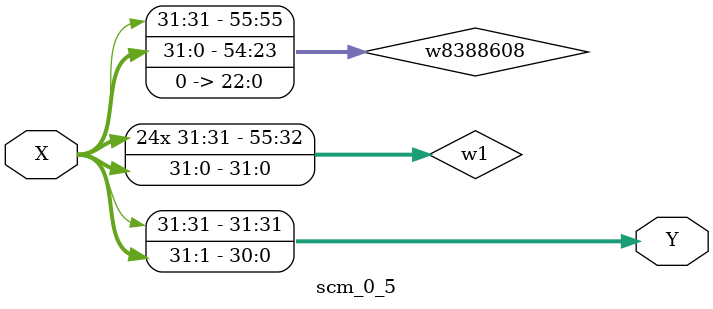
<source format=v>
module scm_0_5 (
    X,
    Y
);

  // Port mode declarations:
  input  signed  [31:0] X;
  output signed  [31:0] Y;

  //Multipliers:

  wire signed [55:0]
    w1,
    w8388608;

  assign w1 = X;
  assign w8388608 = w1 << 23;

  assign Y = w8388608[55:24];

endmodule //multiplier_block
</source>
